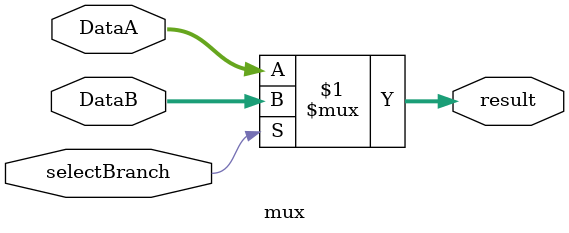
<source format=v>
`timescale 1ns / 1ps


module mux(
    input selectBranch,
    input [31:0] DataA,
    input [31:0] DataB,
    output [31:0] result
    );

    assign result = selectBranch ? DataB : DataA;
endmodule

</source>
